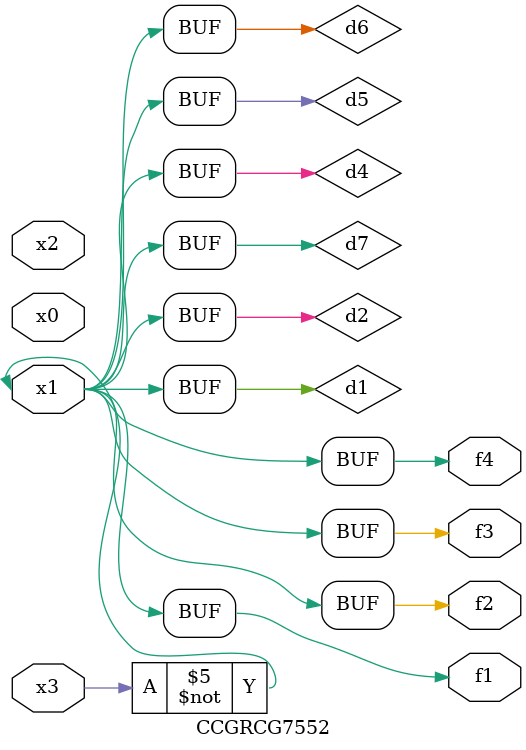
<source format=v>
module CCGRCG7552(
	input x0, x1, x2, x3,
	output f1, f2, f3, f4
);

	wire d1, d2, d3, d4, d5, d6, d7;

	not (d1, x3);
	buf (d2, x1);
	xnor (d3, d1, d2);
	nor (d4, d1);
	buf (d5, d1, d2);
	buf (d6, d4, d5);
	nand (d7, d4);
	assign f1 = d6;
	assign f2 = d7;
	assign f3 = d6;
	assign f4 = d6;
endmodule

</source>
